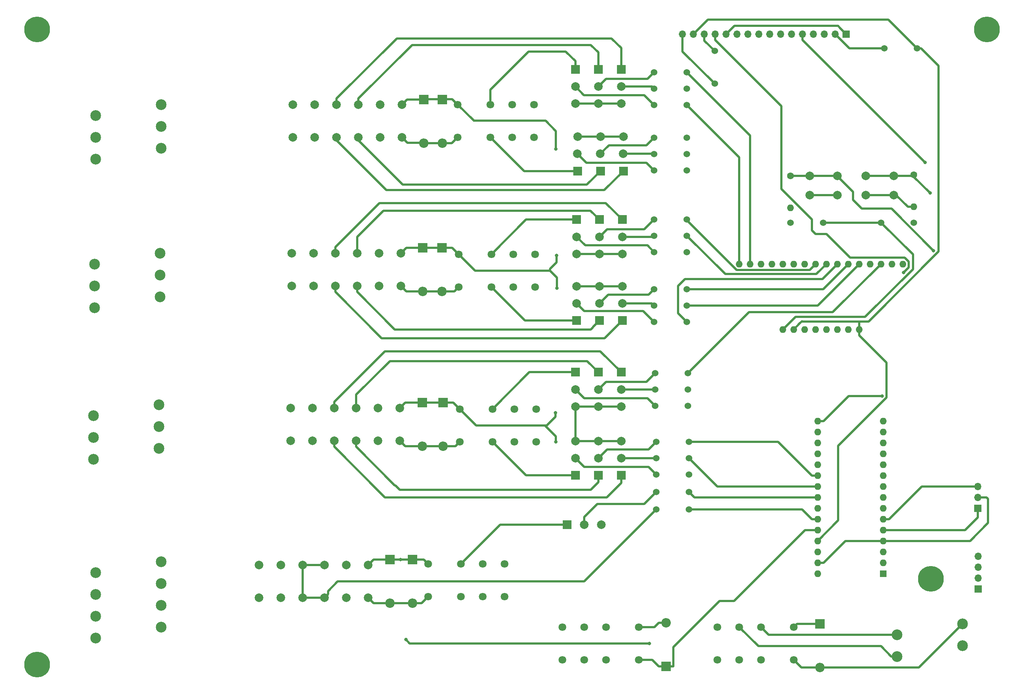
<source format=gtl>
%TF.GenerationSoftware,KiCad,Pcbnew,(5.1.6)-1*%
%TF.CreationDate,2021-08-19T12:25:38+02:00*%
%TF.ProjectId,_Asclepios-Ohmmeter-v2,b5417363-6c65-4706-996f-732d4f686d6d,rev?*%
%TF.SameCoordinates,PXc65d40PYa4fc540*%
%TF.FileFunction,Copper,L1,Top*%
%TF.FilePolarity,Positive*%
%FSLAX46Y46*%
G04 Gerber Fmt 4.6, Leading zero omitted, Abs format (unit mm)*
G04 Created by KiCad (PCBNEW (5.1.6)-1) date 2021-08-19 12:25:38*
%MOMM*%
%LPD*%
G01*
G04 APERTURE LIST*
%TA.AperFunction,ComponentPad*%
%ADD10C,2.500000*%
%TD*%
%TA.AperFunction,ComponentPad*%
%ADD11C,2.000000*%
%TD*%
%TA.AperFunction,ComponentPad*%
%ADD12O,2.200000X2.200000*%
%TD*%
%TA.AperFunction,ComponentPad*%
%ADD13R,2.200000X2.200000*%
%TD*%
%TA.AperFunction,ComponentPad*%
%ADD14O,1.700000X1.700000*%
%TD*%
%TA.AperFunction,ComponentPad*%
%ADD15R,1.700000X1.700000*%
%TD*%
%TA.AperFunction,ComponentPad*%
%ADD16R,2.000000X2.000000*%
%TD*%
%TA.AperFunction,ComponentPad*%
%ADD17C,1.600000*%
%TD*%
%TA.AperFunction,ComponentPad*%
%ADD18O,1.600000X1.600000*%
%TD*%
%TA.AperFunction,ComponentPad*%
%ADD19R,1.600000X1.600000*%
%TD*%
%TA.AperFunction,ComponentPad*%
%ADD20C,1.800000*%
%TD*%
%TA.AperFunction,ComponentPad*%
%ADD21C,1.524000*%
%TD*%
%TA.AperFunction,ViaPad*%
%ADD22C,0.800000*%
%TD*%
%TA.AperFunction,ViaPad*%
%ADD23C,6.000000*%
%TD*%
%TA.AperFunction,Conductor*%
%ADD24C,0.500000*%
%TD*%
G04 APERTURE END LIST*
D10*
%TO.P,J1,6*%
%TO.N,Net-(J1-Pad6)*%
X34830000Y126316000D03*
%TO.P,J1,3*%
%TO.N,Net-(J1-Pad3)*%
X19590000Y123776000D03*
%TO.P,J1,5*%
%TO.N,Net-(J1-Pad5)*%
X34830000Y131406000D03*
%TO.P,J1,4*%
%TO.N,Net-(J1-Pad4)*%
X34830000Y136486000D03*
%TO.P,J1,2*%
%TO.N,Net-(J1-Pad2)*%
X19590000Y128866000D03*
%TO.P,J1,1*%
%TO.N,Net-(J1-Pad1)*%
X19590000Y133946000D03*
%TD*%
%TO.P,J2,6*%
%TO.N,Net-(J2-Pad6)*%
X34576000Y91710000D03*
%TO.P,J2,3*%
%TO.N,Net-(J2-Pad3)*%
X19336000Y89170000D03*
%TO.P,J2,5*%
%TO.N,Net-(J2-Pad5)*%
X34576000Y96800000D03*
%TO.P,J2,4*%
%TO.N,Net-(J2-Pad4)*%
X34576000Y101880000D03*
%TO.P,J2,2*%
%TO.N,Net-(J2-Pad2)*%
X19336000Y94260000D03*
%TO.P,J2,1*%
%TO.N,Net-(J2-Pad1)*%
X19336000Y99340000D03*
%TD*%
%TO.P,J3,6*%
%TO.N,Net-(J3-Pad6)*%
X34322000Y56404000D03*
%TO.P,J3,3*%
%TO.N,Net-(J3-Pad3)*%
X19082000Y53864000D03*
%TO.P,J3,5*%
%TO.N,Net-(J3-Pad5)*%
X34322000Y61494000D03*
%TO.P,J3,4*%
%TO.N,Net-(J3-Pad4)*%
X34322000Y66574000D03*
%TO.P,J3,2*%
%TO.N,Net-(J3-Pad2)*%
X19082000Y58954000D03*
%TO.P,J3,1*%
%TO.N,Net-(J3-Pad1)*%
X19082000Y64034000D03*
%TD*%
%TO.P,JC1,4*%
%TO.N,Net-(JC1-Pad4)*%
X34830000Y14758000D03*
%TO.P,JC1,3*%
%TO.N,Net-(JC1-Pad3)*%
X34830000Y19838000D03*
%TO.P,JC1,2*%
%TO.N,Net-(JC1-Pad2)*%
X19590000Y12218000D03*
%TO.P,JC1,1*%
%TO.N,Net-(JC1-Pad1)*%
X19590000Y17298000D03*
%TD*%
%TO.P,JCI1,4*%
%TO.N,Net-(JCI1-Pad4)*%
X34830000Y24918000D03*
%TO.P,JCI1,3*%
%TO.N,Net-(JCI1-Pad3)*%
X34830000Y29998000D03*
%TO.P,JCI1,2*%
%TO.N,Net-(JCI1-Pad2)*%
X19590000Y22378000D03*
%TO.P,JCI1,1*%
%TO.N,Net-(JCI1-Pad1)*%
X19590000Y27458000D03*
%TD*%
D11*
%TO.P,K41,1*%
%TO.N,N/C*%
X90886000Y136486000D03*
%TO.P,K41,2*%
%TO.N,Net-(J1-Pad6)*%
X85806000Y136486000D03*
%TO.P,K41,3*%
%TO.N,Net-(K41-Pad3)*%
X80726000Y136486000D03*
%TO.P,K41,4*%
%TO.N,Net-(K41-Pad4)*%
X75646000Y136486000D03*
%TO.P,K41,5*%
%TO.N,Net-(J1-Pad5)*%
X70566000Y136486000D03*
%TO.P,K41,6*%
%TO.N,N/C*%
X65486000Y136486000D03*
%TO.P,K41,7*%
X65486000Y128866000D03*
%TO.P,K41,8*%
%TO.N,Net-(J1-Pad4)*%
X70566000Y128866000D03*
%TO.P,K41,9*%
%TO.N,Net-(K41-Pad9)*%
X75646000Y128866000D03*
%TO.P,K41,10*%
%TO.N,Net-(K41-Pad10)*%
X80726000Y128866000D03*
%TO.P,K41,11*%
%TO.N,Net-(J1-Pad1)*%
X85806000Y128866000D03*
%TO.P,K41,12*%
%TO.N,N/C*%
X90886000Y128866000D03*
%TD*%
%TO.P,K42,1*%
%TO.N,N/C*%
X90632000Y101880000D03*
%TO.P,K42,2*%
%TO.N,Net-(J2-Pad3)*%
X85552000Y101880000D03*
%TO.P,K42,3*%
%TO.N,Net-(K42-Pad3)*%
X80472000Y101880000D03*
%TO.P,K42,4*%
%TO.N,Net-(K42-Pad4)*%
X75392000Y101880000D03*
%TO.P,K42,5*%
%TO.N,Net-(J2-Pad6)*%
X70312000Y101880000D03*
%TO.P,K42,6*%
%TO.N,N/C*%
X65232000Y101880000D03*
%TO.P,K42,7*%
X65232000Y94260000D03*
%TO.P,K42,8*%
%TO.N,Net-(J2-Pad5)*%
X70312000Y94260000D03*
%TO.P,K42,9*%
%TO.N,Net-(K42-Pad9)*%
X75392000Y94260000D03*
%TO.P,K42,10*%
%TO.N,Net-(K42-Pad10)*%
X80472000Y94260000D03*
%TO.P,K42,11*%
%TO.N,Net-(J2-Pad4)*%
X85552000Y94260000D03*
%TO.P,K42,12*%
%TO.N,N/C*%
X90632000Y94260000D03*
%TD*%
%TO.P,K43,1*%
%TO.N,N/C*%
X90378000Y65812000D03*
%TO.P,K43,2*%
%TO.N,Net-(J3-Pad3)*%
X85298000Y65812000D03*
%TO.P,K43,3*%
%TO.N,Net-(K43-Pad3)*%
X80218000Y65812000D03*
%TO.P,K43,4*%
%TO.N,Net-(K43-Pad4)*%
X75138000Y65812000D03*
%TO.P,K43,5*%
%TO.N,Net-(J3-Pad6)*%
X70058000Y65812000D03*
%TO.P,K43,6*%
%TO.N,N/C*%
X64978000Y65812000D03*
%TO.P,K43,7*%
X64978000Y58192000D03*
%TO.P,K43,8*%
%TO.N,Net-(J3-Pad5)*%
X70058000Y58192000D03*
%TO.P,K43,9*%
%TO.N,Net-(K43-Pad9)*%
X75138000Y58192000D03*
%TO.P,K43,10*%
%TO.N,Net-(K43-Pad10)*%
X80218000Y58192000D03*
%TO.P,K43,11*%
%TO.N,Net-(J3-Pad4)*%
X85298000Y58192000D03*
%TO.P,K43,12*%
%TO.N,N/C*%
X90378000Y58192000D03*
%TD*%
%TO.P,KC1,1*%
%TO.N,N/C*%
X83012000Y29236000D03*
%TO.P,KC1,2*%
%TO.N,Net-(JC1-Pad2)*%
X77932000Y29236000D03*
%TO.P,KC1,3*%
%TO.N,Net-(KC1-Pad10)*%
X72852000Y29236000D03*
%TO.P,KC1,4*%
X67772000Y29236000D03*
%TO.P,KC1,5*%
%TO.N,Net-(JC1-Pad4)*%
X62692000Y29236000D03*
%TO.P,KC1,6*%
%TO.N,N/C*%
X57612000Y29236000D03*
%TO.P,KC1,7*%
X57612000Y21616000D03*
%TO.P,KC1,8*%
%TO.N,Net-(JC1-Pad3)*%
X62692000Y21616000D03*
%TO.P,KC1,9*%
%TO.N,Net-(KC1-Pad10)*%
X67772000Y21616000D03*
%TO.P,KC1,10*%
X72852000Y21616000D03*
%TO.P,KC1,11*%
%TO.N,Net-(JCI1-Pad4)*%
X77932000Y21616000D03*
%TO.P,KC1,12*%
%TO.N,N/C*%
X83012000Y21616000D03*
%TD*%
D12*
%TO.P,DI1,2*%
%TO.N,N/C*%
X93299000Y20346000D03*
D13*
%TO.P,DI1,1*%
X93299000Y30506000D03*
%TD*%
D14*
%TO.P,JUSB1,4*%
%TO.N,N/C*%
X224998000Y31268000D03*
%TO.P,JUSB1,3*%
%TO.N,Net-(JUSB1-Pad3)*%
X224998000Y28728000D03*
%TO.P,JUSB1,2*%
%TO.N,Net-(JUSB1-Pad2)*%
X224998000Y26188000D03*
D15*
%TO.P,JUSB1,1*%
%TO.N,Net-(DC1-Pad1)*%
X224998000Y23648000D03*
%TD*%
D11*
%TO.P,Q16,1*%
%TO.N,Net-(Q16-Pad1)*%
X131272000Y54128000D03*
%TO.P,Q16,2*%
%TO.N,Net-(Q1-Pad2)*%
X131282000Y58108000D03*
D16*
%TO.P,Q16,3*%
%TO.N,Net-(K23-Pad4)*%
X131282000Y50128000D03*
%TD*%
D11*
%TO.P,Q19,1*%
%TO.N,Net-(Q19-Pad1)*%
X133304000Y38634000D03*
%TO.P,Q19,2*%
%TO.N,Net-(Q1-Pad2)*%
X137284000Y38624000D03*
D16*
%TO.P,Q19,3*%
%TO.N,Net-(Ki1-Pad13)*%
X129304000Y38624000D03*
%TD*%
D11*
%TO.P,Q18,1*%
%TO.N,Net-(Q18-Pad1)*%
X141940000Y54128000D03*
%TO.P,Q18,2*%
%TO.N,Net-(Q1-Pad2)*%
X141950000Y58108000D03*
D16*
%TO.P,Q18,3*%
%TO.N,Net-(K43-Pad4)*%
X141950000Y50128000D03*
%TD*%
D11*
%TO.P,Q17,1*%
%TO.N,Net-(Q17-Pad1)*%
X136606000Y54128000D03*
%TO.P,Q17,2*%
%TO.N,Net-(Q1-Pad2)*%
X136616000Y58108000D03*
D16*
%TO.P,Q17,3*%
%TO.N,Net-(K43-Pad3)*%
X136616000Y50128000D03*
%TD*%
D11*
%TO.P,Q15,1*%
%TO.N,Net-(Q15-Pad1)*%
X141940000Y70130000D03*
%TO.P,Q15,2*%
%TO.N,Net-(Q1-Pad2)*%
X141930000Y66150000D03*
D16*
%TO.P,Q15,3*%
%TO.N,Net-(K43-Pad9)*%
X141930000Y74130000D03*
%TD*%
D11*
%TO.P,Q14,1*%
%TO.N,Net-(Q14-Pad1)*%
X136606000Y70130000D03*
%TO.P,Q14,2*%
%TO.N,Net-(Q1-Pad2)*%
X136596000Y66150000D03*
D16*
%TO.P,Q14,3*%
%TO.N,Net-(K43-Pad10)*%
X136596000Y74130000D03*
%TD*%
D11*
%TO.P,Q13,1*%
%TO.N,Net-(Q13-Pad1)*%
X131272000Y70130000D03*
%TO.P,Q13,2*%
%TO.N,Net-(Q1-Pad2)*%
X131262000Y66150000D03*
D16*
%TO.P,Q13,3*%
%TO.N,Net-(K23-Pad13)*%
X131262000Y74130000D03*
%TD*%
D11*
%TO.P,Q11,1*%
%TO.N,Net-(Q11-Pad1)*%
X136860000Y90196000D03*
%TO.P,Q11,2*%
%TO.N,Net-(Q1-Pad2)*%
X136870000Y94176000D03*
D16*
%TO.P,Q11,3*%
%TO.N,Net-(K42-Pad3)*%
X136870000Y86196000D03*
%TD*%
D11*
%TO.P,Q12,1*%
%TO.N,Net-(Q12-Pad1)*%
X142194000Y90196000D03*
%TO.P,Q12,2*%
%TO.N,Net-(Q1-Pad2)*%
X142204000Y94176000D03*
D16*
%TO.P,Q12,3*%
%TO.N,Net-(K42-Pad4)*%
X142204000Y86196000D03*
%TD*%
D11*
%TO.P,Q9,1*%
%TO.N,Net-(Q9-Pad1)*%
X142194000Y105690000D03*
%TO.P,Q9,2*%
%TO.N,Net-(Q1-Pad2)*%
X142184000Y101710000D03*
D16*
%TO.P,Q9,3*%
%TO.N,Net-(K42-Pad9)*%
X142184000Y109690000D03*
%TD*%
D11*
%TO.P,Q8,1*%
%TO.N,Net-(Q8-Pad1)*%
X136860000Y105690000D03*
%TO.P,Q8,2*%
%TO.N,Net-(Q1-Pad2)*%
X136850000Y101710000D03*
D16*
%TO.P,Q8,3*%
%TO.N,Net-(K42-Pad10)*%
X136850000Y109690000D03*
%TD*%
D11*
%TO.P,Q7,1*%
%TO.N,Net-(Q7-Pad1)*%
X131526000Y105690000D03*
%TO.P,Q7,2*%
%TO.N,Net-(Q1-Pad2)*%
X131516000Y101710000D03*
D16*
%TO.P,Q7,3*%
%TO.N,Net-(K22-Pad13)*%
X131516000Y109690000D03*
%TD*%
D11*
%TO.P,Q10,1*%
%TO.N,Net-(Q10-Pad1)*%
X131526000Y90196000D03*
%TO.P,Q10,2*%
%TO.N,Net-(Q1-Pad2)*%
X131536000Y94176000D03*
D16*
%TO.P,Q10,3*%
%TO.N,Net-(K22-Pad4)*%
X131536000Y86196000D03*
%TD*%
D11*
%TO.P,Q5,1*%
%TO.N,Net-(Q5-Pad1)*%
X137063000Y125021200D03*
%TO.P,Q5,2*%
%TO.N,Net-(Q1-Pad2)*%
X137073000Y129001200D03*
D16*
%TO.P,Q5,3*%
%TO.N,Net-(K41-Pad3)*%
X137073000Y121021200D03*
%TD*%
D11*
%TO.P,Q6,1*%
%TO.N,Net-(Q6-Pad1)*%
X142397000Y125021200D03*
%TO.P,Q6,2*%
%TO.N,Net-(Q1-Pad2)*%
X142407000Y129001200D03*
D16*
%TO.P,Q6,3*%
%TO.N,Net-(K41-Pad4)*%
X142407000Y121021200D03*
%TD*%
D11*
%TO.P,Q3,1*%
%TO.N,Net-(Q3-Pad1)*%
X141915000Y140695800D03*
%TO.P,Q3,2*%
%TO.N,Net-(Q1-Pad2)*%
X141905000Y136715800D03*
D16*
%TO.P,Q3,3*%
%TO.N,Net-(K41-Pad9)*%
X141905000Y144695800D03*
%TD*%
D11*
%TO.P,Q2,1*%
%TO.N,Net-(Q2-Pad1)*%
X136581000Y140695800D03*
%TO.P,Q2,2*%
%TO.N,Net-(Q1-Pad2)*%
X136571000Y136715800D03*
D16*
%TO.P,Q2,3*%
%TO.N,Net-(K41-Pad10)*%
X136571000Y144695800D03*
%TD*%
D11*
%TO.P,Q1,1*%
%TO.N,Net-(Q1-Pad1)*%
X131247000Y140695800D03*
%TO.P,Q1,2*%
%TO.N,Net-(Q1-Pad2)*%
X131237000Y136715800D03*
D16*
%TO.P,Q1,3*%
%TO.N,Net-(K21-Pad13)*%
X131237000Y144695800D03*
%TD*%
D11*
%TO.P,Q4,1*%
%TO.N,Net-(Q4-Pad1)*%
X131729000Y125021200D03*
%TO.P,Q4,2*%
%TO.N,Net-(Q1-Pad2)*%
X131739000Y129001200D03*
D16*
%TO.P,Q4,3*%
%TO.N,Net-(K21-Pad4)*%
X131739000Y121021200D03*
%TD*%
D17*
%TO.P,C1,1*%
%TO.N,Net-(C1-Pad1)*%
X181310000Y119914000D03*
D18*
%TO.P,C1,2*%
%TO.N,Net-(C1-Pad2)*%
X181310000Y112414000D03*
%TD*%
D17*
%TO.P,C2,1*%
%TO.N,Net-(C2-Pad1)*%
X210012000Y120168000D03*
D18*
%TO.P,C2,2*%
%TO.N,Net-(C2-Pad2)*%
X210012000Y112668000D03*
%TD*%
D12*
%TO.P,D21,2*%
%TO.N,N/C*%
X100284000Y127534000D03*
D13*
%TO.P,D21,1*%
X100284000Y137694000D03*
%TD*%
D12*
%TO.P,D22,2*%
%TO.N,N/C*%
X100157000Y92990000D03*
D13*
%TO.P,D22,1*%
X100157000Y103150000D03*
%TD*%
D12*
%TO.P,D23,2*%
%TO.N,N/C*%
X100411000Y56922000D03*
D13*
%TO.P,D23,1*%
X100411000Y67082000D03*
%TD*%
D12*
%TO.P,D41,2*%
%TO.N,N/C*%
X95966000Y127534000D03*
D13*
%TO.P,D41,1*%
X95966000Y137694000D03*
%TD*%
D12*
%TO.P,D42,2*%
%TO.N,N/C*%
X95712000Y92990000D03*
D13*
%TO.P,D42,1*%
X95712000Y103150000D03*
%TD*%
D12*
%TO.P,D43,2*%
%TO.N,N/C*%
X95585000Y56922000D03*
D13*
%TO.P,D43,1*%
X95585000Y67082000D03*
%TD*%
D12*
%TO.P,DA1,2*%
%TO.N,N/C*%
X152354000Y15774000D03*
D13*
%TO.P,DA1,1*%
%TO.N,Net-(DA1-Pad1)*%
X152354000Y5614000D03*
%TD*%
D12*
%TO.P,DC1,2*%
%TO.N,N/C*%
X88092000Y20346000D03*
D13*
%TO.P,DC1,1*%
X88092000Y30506000D03*
%TD*%
D12*
%TO.P,DS1,2*%
%TO.N,N/C*%
X188168000Y5360000D03*
D13*
%TO.P,DS1,1*%
X188168000Y15520000D03*
%TD*%
D18*
%TO.P,JA1,D13*%
%TO.N,Net-(JA1-PadD13)*%
X187660000Y62764000D03*
%TO.P,JA1,D12*%
%TO.N,Net-(JA1-PadD12)*%
X202900000Y62764000D03*
%TO.P,JA1,VIN*%
%TO.N,Net-(DC1-Pad1)*%
X187660000Y27204000D03*
%TO.P,JA1,D11*%
%TO.N,Net-(JA1-PadD11)*%
X202900000Y60224000D03*
%TO.P,JA1,GND*%
%TO.N,N/C*%
X187660000Y29744000D03*
%TO.P,JA1,D10*%
%TO.N,Net-(JA1-PadD10)*%
X202900000Y57684000D03*
%TO.P,JA1,RST*%
%TO.N,Net-(JA1-PadRST)*%
X187660000Y32284000D03*
%TO.P,JA1,D9*%
%TO.N,Net-(JA1-PadD9)*%
X202900000Y55144000D03*
%TO.P,JA1,5V*%
%TO.N,Net-(JA1-Pad5V)*%
X187660000Y34824000D03*
%TO.P,JA1,D8*%
%TO.N,Net-(JA1-PadD8)*%
X202900000Y52604000D03*
%TO.P,JA1,A0*%
%TO.N,Net-(DA1-Pad1)*%
X187660000Y37364000D03*
%TO.P,JA1,D7*%
%TO.N,Net-(JA1-PadD7)*%
X202900000Y50064000D03*
%TO.P,JA1,A1*%
%TO.N,Net-(JA1-PadA1)*%
X187660000Y39904000D03*
%TO.P,JA1,D6*%
%TO.N,Net-(JA1-PadD6)*%
X202900000Y47524000D03*
%TO.P,JA1,A2*%
%TO.N,Net-(JA1-PadA2)*%
X187660000Y42444000D03*
%TO.P,JA1,D5*%
%TO.N,Net-(JA1-PadD5)*%
X202900000Y44984000D03*
%TO.P,JA1,A3*%
%TO.N,Net-(JA1-PadA3)*%
X187660000Y44984000D03*
%TO.P,JA1,D4*%
%TO.N,Net-(JA1-PadD4)*%
X202900000Y42444000D03*
%TO.P,JA1,A4*%
%TO.N,Net-(JA1-PadA4)*%
X187660000Y47524000D03*
%TO.P,JA1,D3*%
%TO.N,N/C*%
X202900000Y39904000D03*
%TO.P,JA1,A5*%
%TO.N,Net-(JA1-PadA5)*%
X187660000Y50064000D03*
%TO.P,JA1,D2*%
%TO.N,N/C*%
X202900000Y37364000D03*
%TO.P,JA1,A6*%
%TO.N,Net-(JA1-PadA6)*%
X187660000Y52604000D03*
%TO.P,JA1,GND*%
%TO.N,N/C*%
X202900000Y34824000D03*
%TO.P,JA1,A7*%
%TO.N,Net-(JA1-PadA7)*%
X187660000Y55144000D03*
%TO.P,JA1,RST*%
%TO.N,Net-(JA1-PadRST)*%
X202900000Y32284000D03*
%TO.P,JA1,REF*%
%TO.N,Net-(JA1-PadREF)*%
X187660000Y57684000D03*
%TO.P,JA1,D0*%
%TO.N,Net-(C2-Pad1)*%
X202900000Y29744000D03*
%TO.P,JA1,3V3*%
%TO.N,Net-(JA1-Pad3V3)*%
X187660000Y60224000D03*
D19*
%TO.P,JA1,D1*%
%TO.N,Net-(C1-Pad1)*%
X202900000Y27204000D03*
%TD*%
D14*
%TO.P,JE1,VSS*%
%TO.N,N/C*%
X156164000Y152934000D03*
%TO.P,JE1,VDD*%
%TO.N,Net-(JA1-Pad5V)*%
X158704000Y152934000D03*
%TO.P,JE1,V0*%
%TO.N,Net-(JE1-PadV0)*%
X161244000Y152934000D03*
%TO.P,JE1,RS*%
%TO.N,Net-(JA1-PadD8)*%
X163784000Y152934000D03*
%TO.P,JE1,RW*%
%TO.N,N/C*%
X166324000Y152934000D03*
%TO.P,JE1,E*%
%TO.N,Net-(JA1-PadD9)*%
X168864000Y152934000D03*
%TO.P,JE1,D0*%
%TO.N,Net-(JE1-PadD0)*%
X171404000Y152934000D03*
%TO.P,JE1,D1*%
%TO.N,Net-(JE1-PadD1)*%
X173944000Y152934000D03*
%TO.P,JE1,D2*%
%TO.N,Net-(JE1-PadD2)*%
X176484000Y152934000D03*
%TO.P,JE1,D3*%
%TO.N,Net-(JE1-PadD3)*%
X179024000Y152934000D03*
%TO.P,JE1,D4*%
%TO.N,Net-(JA1-PadD13)*%
X181564000Y152934000D03*
%TO.P,JE1,D5*%
%TO.N,Net-(JA1-PadD12)*%
X184104000Y152934000D03*
%TO.P,JE1,D6*%
%TO.N,Net-(JA1-PadD11)*%
X186644000Y152934000D03*
%TO.P,JE1,D7*%
%TO.N,Net-(JA1-PadD10)*%
X189184000Y152934000D03*
%TO.P,JE1,A*%
%TO.N,Net-(JE1-PadA)*%
X191724000Y152934000D03*
D15*
%TO.P,JE1,K*%
%TO.N,N/C*%
X194264000Y152934000D03*
%TD*%
D10*
%TO.P,JEX1,4*%
%TO.N,Net-(JEX1-Pad4)*%
X206124000Y12980000D03*
%TO.P,JEX1,3*%
%TO.N,Net-(JEX1-Pad3)*%
X206124000Y7900000D03*
%TO.P,JEX1,2*%
%TO.N,N/C*%
X221364000Y15520000D03*
%TO.P,JEX1,1*%
%TO.N,Net-(DC1-Pad1)*%
X221364000Y10440000D03*
%TD*%
D18*
%TO.P,JM1,C0*%
%TO.N,Net-(JM1-PadC0)*%
X169372000Y99340000D03*
%TO.P,JM1,C15*%
%TO.N,Net-(JM1-PadC15)*%
X207472000Y99340000D03*
%TO.P,JM1,C1*%
%TO.N,Net-(JM1-PadC1)*%
X171912000Y99340000D03*
%TO.P,JM1,C2*%
%TO.N,Net-(JM1-PadC2)*%
X174452000Y99340000D03*
%TO.P,JM1,C3*%
%TO.N,Net-(JM1-PadC3)*%
X176992000Y99340000D03*
%TO.P,JM1,C4*%
%TO.N,Net-(JM1-PadC4)*%
X179532000Y99340000D03*
%TO.P,JM1,SIG*%
%TO.N,Net-(JA1-Pad5V)*%
X197312000Y84100000D03*
%TO.P,JM1,C5*%
%TO.N,Net-(JM1-PadC5)*%
X182072000Y99340000D03*
%TO.P,JM1,S3*%
%TO.N,Net-(JA1-PadD7)*%
X194772000Y84100000D03*
%TO.P,JM1,C6*%
%TO.N,Net-(JM1-PadC6)*%
X184612000Y99340000D03*
%TO.P,JM1,S2*%
%TO.N,Net-(JA1-PadD6)*%
X192232000Y84100000D03*
%TO.P,JM1,C7*%
%TO.N,Net-(JM1-PadC7)*%
X187152000Y99340000D03*
%TO.P,JM1,S1*%
%TO.N,Net-(JA1-PadD5)*%
X189692000Y84100000D03*
%TO.P,JM1,C8*%
%TO.N,Net-(JM1-PadC8)*%
X189692000Y99340000D03*
%TO.P,JM1,S0*%
%TO.N,Net-(JA1-PadD4)*%
X187152000Y84100000D03*
%TO.P,JM1,C9*%
%TO.N,Net-(JM1-PadC9)*%
X192232000Y99340000D03*
%TO.P,JM1,EN*%
%TO.N,N/C*%
X184612000Y84100000D03*
%TO.P,JM1,C10*%
%TO.N,Net-(JM1-PadC10)*%
X194772000Y99340000D03*
%TO.P,JM1,VCC*%
%TO.N,Net-(JA1-Pad5V)*%
X182072000Y84100000D03*
%TO.P,JM1,C11*%
%TO.N,Net-(JM1-PadC11)*%
X197312000Y99340000D03*
%TO.P,JM1,GND*%
%TO.N,N/C*%
X179532000Y84100000D03*
%TO.P,JM1,C12*%
%TO.N,Net-(JM1-PadC12)*%
X199852000Y99340000D03*
%TO.P,JM1,C13*%
%TO.N,Net-(JM1-PadC13)*%
X202392000Y99340000D03*
%TO.P,JM1,C14*%
%TO.N,Net-(JM1-PadC14)*%
X204932000Y99340000D03*
%TD*%
D20*
%TO.P,K21,8*%
%TO.N,Net-(J1-Pad3)*%
X121620000Y128866000D03*
%TO.P,K21,9*%
%TO.N,Net-(J1-Pad2)*%
X121620000Y136486000D03*
%TO.P,K21,11*%
%TO.N,Net-(K21-Pad11)*%
X116540000Y136486000D03*
%TO.P,K21,6*%
%TO.N,Net-(K21-Pad6)*%
X116540000Y128866000D03*
%TO.P,K21,13*%
%TO.N,Net-(K21-Pad13)*%
X111460000Y136486000D03*
%TO.P,K21,4*%
%TO.N,Net-(K21-Pad4)*%
X111460000Y128866000D03*
%TO.P,K21,16*%
%TO.N,N/C*%
X103840000Y136486000D03*
%TO.P,K21,1*%
X103840000Y128866000D03*
%TD*%
%TO.P,K22,8*%
%TO.N,Net-(J2-Pad2)*%
X121874000Y94006000D03*
%TO.P,K22,9*%
%TO.N,Net-(J2-Pad1)*%
X121874000Y101626000D03*
%TO.P,K22,11*%
%TO.N,Net-(K22-Pad11)*%
X116794000Y101626000D03*
%TO.P,K22,6*%
%TO.N,Net-(K22-Pad6)*%
X116794000Y94006000D03*
%TO.P,K22,13*%
%TO.N,Net-(K22-Pad13)*%
X111714000Y101626000D03*
%TO.P,K22,4*%
%TO.N,Net-(K22-Pad4)*%
X111714000Y94006000D03*
%TO.P,K22,16*%
%TO.N,N/C*%
X104094000Y101626000D03*
%TO.P,K22,1*%
X104094000Y94006000D03*
%TD*%
%TO.P,K23,8*%
%TO.N,Net-(J3-Pad2)*%
X122128000Y57938000D03*
%TO.P,K23,9*%
%TO.N,Net-(J3-Pad1)*%
X122128000Y65558000D03*
%TO.P,K23,11*%
%TO.N,Net-(K23-Pad11)*%
X117048000Y65558000D03*
%TO.P,K23,6*%
%TO.N,Net-(K23-Pad6)*%
X117048000Y57938000D03*
%TO.P,K23,13*%
%TO.N,Net-(K23-Pad13)*%
X111968000Y65558000D03*
%TO.P,K23,4*%
%TO.N,Net-(K23-Pad4)*%
X111968000Y57938000D03*
%TO.P,K23,16*%
%TO.N,N/C*%
X104348000Y65558000D03*
%TO.P,K23,1*%
X104348000Y57938000D03*
%TD*%
%TO.P,KA1,8*%
%TO.N,Net-(KA1-Pad8)*%
X128224000Y14758000D03*
%TO.P,KA1,9*%
%TO.N,N/C*%
X128224000Y7138000D03*
%TO.P,KA1,11*%
%TO.N,Net-(KA1-Pad11)*%
X133304000Y7138000D03*
%TO.P,KA1,6*%
%TO.N,Net-(KA1-Pad6)*%
X133304000Y14758000D03*
%TO.P,KA1,13*%
%TO.N,N/C*%
X138384000Y7138000D03*
%TO.P,KA1,4*%
%TO.N,Net-(KA1-Pad4)*%
X138384000Y14758000D03*
%TO.P,KA1,16*%
%TO.N,Net-(DA1-Pad1)*%
X146004000Y7138000D03*
%TO.P,KA1,1*%
%TO.N,N/C*%
X146004000Y14758000D03*
%TD*%
%TO.P,Ki1,8*%
%TO.N,Net-(Ki1-Pad8)*%
X114762000Y21870000D03*
%TO.P,Ki1,9*%
%TO.N,Net-(JCI1-Pad2)*%
X114762000Y29490000D03*
%TO.P,Ki1,11*%
%TO.N,Net-(Ki1-Pad11)*%
X109682000Y29490000D03*
%TO.P,Ki1,6*%
%TO.N,Net-(Ki1-Pad6)*%
X109682000Y21870000D03*
%TO.P,Ki1,13*%
%TO.N,Net-(Ki1-Pad13)*%
X104602000Y29490000D03*
%TO.P,Ki1,4*%
%TO.N,Net-(Ki1-Pad4)*%
X104602000Y21870000D03*
%TO.P,Ki1,16*%
%TO.N,N/C*%
X96982000Y29490000D03*
%TO.P,Ki1,1*%
X96982000Y21870000D03*
%TD*%
%TO.P,KS1,8*%
%TO.N,Net-(KS1-Pad8)*%
X164292000Y14758000D03*
%TO.P,KS1,9*%
%TO.N,Net-(KS1-Pad9)*%
X164292000Y7138000D03*
%TO.P,KS1,11*%
%TO.N,Net-(KS1-Pad11)*%
X169372000Y7138000D03*
%TO.P,KS1,6*%
%TO.N,Net-(JEX1-Pad3)*%
X169372000Y14758000D03*
%TO.P,KS1,13*%
%TO.N,Net-(KS1-Pad13)*%
X174452000Y7138000D03*
%TO.P,KS1,4*%
%TO.N,Net-(JEX1-Pad4)*%
X174452000Y14758000D03*
%TO.P,KS1,16*%
%TO.N,N/C*%
X182072000Y7138000D03*
%TO.P,KS1,1*%
X182072000Y14758000D03*
%TD*%
D21*
%TO.P,R1,2*%
%TO.N,Net-(Q1-Pad1)*%
X149560000Y136424000D03*
%TO.P,R1,1*%
%TO.N,Net-(JM1-PadC0)*%
X157180000Y136424000D03*
%TD*%
%TO.P,R2,2*%
%TO.N,Net-(Q2-Pad1)*%
X149560000Y144044000D03*
%TO.P,R2,1*%
%TO.N,Net-(JM1-PadC1)*%
X157180000Y144044000D03*
%TD*%
%TO.P,R3,2*%
%TO.N,Net-(Q3-Pad1)*%
X149560000Y140234000D03*
%TO.P,R3,1*%
%TO.N,Net-(JM1-PadC2)*%
X157180000Y140234000D03*
%TD*%
%TO.P,R4,2*%
%TO.N,Net-(Q4-Pad1)*%
X149560000Y121184000D03*
%TO.P,R4,1*%
%TO.N,Net-(JM1-PadC3)*%
X157180000Y121184000D03*
%TD*%
%TO.P,R5,2*%
%TO.N,Net-(Q5-Pad1)*%
X149560000Y128804000D03*
%TO.P,R5,1*%
%TO.N,Net-(JM1-PadC4)*%
X157180000Y128804000D03*
%TD*%
%TO.P,R6,2*%
%TO.N,Net-(Q6-Pad1)*%
X149560000Y124994000D03*
%TO.P,R6,1*%
%TO.N,Net-(JM1-PadC5)*%
X157180000Y124994000D03*
%TD*%
%TO.P,R7,2*%
%TO.N,Net-(Q7-Pad1)*%
X149560000Y102134000D03*
%TO.P,R7,1*%
%TO.N,Net-(JM1-PadC6)*%
X157180000Y102134000D03*
%TD*%
%TO.P,R8,2*%
%TO.N,Net-(Q8-Pad1)*%
X149560000Y109754000D03*
%TO.P,R8,1*%
%TO.N,Net-(JM1-PadC7)*%
X157180000Y109754000D03*
%TD*%
%TO.P,R9,2*%
%TO.N,Net-(Q9-Pad1)*%
X149560000Y105944000D03*
%TO.P,R9,1*%
%TO.N,Net-(JM1-PadC8)*%
X157180000Y105944000D03*
%TD*%
%TO.P,R10,2*%
%TO.N,Net-(Q10-Pad1)*%
X149560000Y85878000D03*
%TO.P,R10,1*%
%TO.N,Net-(JM1-PadC9)*%
X157180000Y85878000D03*
%TD*%
%TO.P,R11,2*%
%TO.N,Net-(Q11-Pad1)*%
X149560000Y93498000D03*
%TO.P,R11,1*%
%TO.N,Net-(JM1-PadC10)*%
X157180000Y93498000D03*
%TD*%
%TO.P,R12,2*%
%TO.N,Net-(Q12-Pad1)*%
X149560000Y89688000D03*
%TO.P,R12,1*%
%TO.N,Net-(JM1-PadC11)*%
X157180000Y89688000D03*
%TD*%
%TO.P,R13,2*%
%TO.N,Net-(Q13-Pad1)*%
X149814000Y66320000D03*
%TO.P,R13,1*%
%TO.N,Net-(JM1-PadC12)*%
X157434000Y66320000D03*
%TD*%
%TO.P,R14,2*%
%TO.N,Net-(Q14-Pad1)*%
X149814000Y73940000D03*
%TO.P,R14,1*%
%TO.N,Net-(JM1-PadC13)*%
X157434000Y73940000D03*
%TD*%
%TO.P,R15,2*%
%TO.N,Net-(Q15-Pad1)*%
X149814000Y70130000D03*
%TO.P,R15,1*%
%TO.N,Net-(JM1-PadC14)*%
X157434000Y70130000D03*
%TD*%
%TO.P,R16,2*%
%TO.N,Net-(Q16-Pad1)*%
X150068000Y50318000D03*
%TO.P,R16,1*%
%TO.N,Net-(JM1-PadC15)*%
X157688000Y50318000D03*
%TD*%
%TO.P,R17,2*%
%TO.N,Net-(Q17-Pad1)*%
X150068000Y57938000D03*
%TO.P,R17,1*%
%TO.N,Net-(JA1-PadA5)*%
X157688000Y57938000D03*
%TD*%
%TO.P,R18,2*%
%TO.N,Net-(Q18-Pad1)*%
X150068000Y54128000D03*
%TO.P,R18,1*%
%TO.N,Net-(JA1-PadA4)*%
X157688000Y54128000D03*
%TD*%
%TO.P,R19,2*%
%TO.N,Net-(Q19-Pad1)*%
X150068000Y46254000D03*
%TO.P,R19,1*%
%TO.N,Net-(JA1-PadA3)*%
X157688000Y46254000D03*
%TD*%
%TO.P,R22,2*%
%TO.N,N/C*%
X163657000Y141377000D03*
%TO.P,R22,1*%
%TO.N,Net-(JE1-PadV0)*%
X163657000Y148997000D03*
%TD*%
%TO.P,R23,2*%
%TO.N,Net-(JA1-Pad5V)*%
X210774000Y149632000D03*
%TO.P,R23,1*%
%TO.N,Net-(JE1-PadA)*%
X203154000Y149632000D03*
%TD*%
%TO.P,Rb1,2*%
%TO.N,N/C*%
X188930000Y108992000D03*
%TO.P,Rb1,1*%
%TO.N,Net-(C1-Pad2)*%
X181310000Y108992000D03*
%TD*%
%TO.P,Rb2,2*%
%TO.N,N/C*%
X202392000Y108992000D03*
%TO.P,Rb2,1*%
%TO.N,Net-(C2-Pad2)*%
X210012000Y108992000D03*
%TD*%
%TO.P,RC1,2*%
%TO.N,Net-(KC1-Pad10)*%
X150068000Y42190000D03*
%TO.P,RC1,1*%
%TO.N,Net-(JA1-PadA1)*%
X157688000Y42190000D03*
%TD*%
D11*
%TO.P,SW1,1*%
%TO.N,Net-(C1-Pad1)*%
X192255000Y119914000D03*
%TO.P,SW1,2*%
%TO.N,Net-(C1-Pad2)*%
X192255000Y115414000D03*
%TO.P,SW1,1*%
%TO.N,Net-(C1-Pad1)*%
X185755000Y119914000D03*
%TO.P,SW1,2*%
%TO.N,Net-(C1-Pad2)*%
X185755000Y115414000D03*
%TD*%
%TO.P,SW2,1*%
%TO.N,Net-(C2-Pad1)*%
X205336000Y119914000D03*
%TO.P,SW2,2*%
%TO.N,Net-(C2-Pad2)*%
X205336000Y115414000D03*
%TO.P,SW2,1*%
%TO.N,Net-(C2-Pad1)*%
X198836000Y119914000D03*
%TO.P,SW2,2*%
%TO.N,Net-(C2-Pad2)*%
X198836000Y115414000D03*
%TD*%
D14*
%TO.P,JLed1,3*%
%TO.N,N/C*%
X224871000Y47524000D03*
%TO.P,JLed1,2*%
X224871000Y44984000D03*
D15*
%TO.P,JLed1,1*%
X224871000Y42444000D03*
%TD*%
D22*
%TO.N,*%
X126700000Y57938000D03*
X126954000Y93752000D03*
X126700000Y126137000D03*
X126573000Y64669000D03*
X126827000Y101372000D03*
X90505000Y30506000D03*
X91775000Y11837000D03*
X148417000Y10948000D03*
D23*
X6000000Y6000000D03*
X6000000Y154000000D03*
X227000000Y154000000D03*
X214000000Y26000000D03*
D22*
%TO.N,Net-(C1-Pad1)*%
X214613200Y102452600D03*
%TO.N,Net-(C2-Pad1)*%
X213797500Y115874500D03*
%TO.N,Net-(JA1-PadD8)*%
X207664100Y97381700D03*
%TO.N,Net-(JA1-PadD12)*%
X212609000Y123003700D03*
%TO.N,Net-(JA1-PadD13)*%
X202642100Y68564100D03*
%TD*%
D24*
%TO.N,*%
X100030000Y137756000D02*
X102570000Y137756000D01*
X102570000Y137756000D02*
X103840000Y136486000D01*
X95966000Y137756000D02*
X100030000Y137756000D01*
X101681000Y92990000D02*
X103078000Y92990000D01*
X103078000Y92990000D02*
X104094000Y94006000D01*
X100284000Y92990000D02*
X101681000Y92990000D01*
X95966000Y127596000D02*
X92156000Y127596000D01*
X92156000Y127596000D02*
X90886000Y128866000D01*
X100284000Y103150000D02*
X95712000Y103150000D01*
X100284000Y103150000D02*
X102570000Y103150000D01*
X102570000Y103150000D02*
X104094000Y101626000D01*
X95458000Y67082000D02*
X91648000Y67082000D01*
X91648000Y67082000D02*
X90378000Y65812000D01*
X100538000Y67082000D02*
X95458000Y67082000D01*
X100538000Y56922000D02*
X103332000Y56922000D01*
X103332000Y56922000D02*
X104348000Y57938000D01*
X93172000Y20346000D02*
X95458000Y20346000D01*
X95458000Y20346000D02*
X96982000Y21870000D01*
X187660000Y29744000D02*
X189035300Y29744000D01*
X189035300Y29744000D02*
X194115300Y34824000D01*
X194115300Y34824000D02*
X202900000Y34824000D01*
X152354000Y15774000D02*
X150678700Y15774000D01*
X146004000Y14758000D02*
X149662700Y14758000D01*
X149662700Y14758000D02*
X150678700Y15774000D01*
X202392000Y108992000D02*
X188930000Y108992000D01*
X198682700Y87021000D02*
X209814700Y98153000D01*
X209814700Y101569300D02*
X202392000Y108992000D01*
X209814700Y98153000D02*
X209814700Y101569300D01*
X182453000Y87021000D02*
X198682700Y87021000D01*
X179532000Y84100000D02*
X182453000Y87021000D01*
X88092000Y30506000D02*
X84282000Y30506000D01*
X84282000Y30506000D02*
X83012000Y29236000D01*
X93172000Y30506000D02*
X90505000Y30506000D01*
X124160000Y61748000D02*
X126700000Y59208000D01*
X126700000Y59208000D02*
X126700000Y57938000D01*
X95458000Y56922000D02*
X95585000Y56922000D01*
X126954000Y96165000D02*
X126954000Y93752000D01*
X125303000Y97816000D02*
X126954000Y96165000D01*
X126700000Y130328000D02*
X126700000Y126137000D01*
X124287000Y132741000D02*
X126700000Y130328000D01*
X124160000Y61748000D02*
X124541000Y61748000D01*
X126573000Y63780000D02*
X126573000Y64669000D01*
X124541000Y61748000D02*
X126573000Y63780000D01*
X125303000Y97816000D02*
X125303000Y98197000D01*
X126827000Y99721000D02*
X126827000Y101372000D01*
X125303000Y98197000D02*
X126827000Y99721000D01*
X216460700Y37364000D02*
X202900000Y37364000D01*
X202900000Y39904000D02*
X204275300Y39904000D01*
X211895300Y47524000D02*
X204275300Y39904000D01*
X163657000Y141377000D02*
X156164000Y148870000D01*
X156164000Y152934000D02*
X156164000Y148870000D01*
X192359000Y154839000D02*
X192824900Y154373100D01*
X192824900Y154373100D02*
X194264000Y152934000D01*
X166324000Y152934000D02*
X168229000Y154839000D01*
X168229000Y154839000D02*
X192359000Y154839000D01*
X226903000Y44984000D02*
X224871000Y44984000D01*
X227284000Y44603000D02*
X226903000Y44984000D01*
X227284000Y39015000D02*
X227284000Y44603000D01*
X202900000Y34824000D02*
X223093000Y34824000D01*
X223093000Y34824000D02*
X227284000Y39015000D01*
X224871000Y42444000D02*
X224871000Y40285000D01*
X224871000Y40285000D02*
X221950000Y37364000D01*
X221950000Y37364000D02*
X216460700Y37364000D01*
X224871000Y47524000D02*
X211895300Y47524000D01*
X95966000Y30506000D02*
X96982000Y29490000D01*
X93299000Y30506000D02*
X95966000Y30506000D01*
X93299000Y20346000D02*
X88092000Y20346000D01*
X84282000Y20346000D02*
X83012000Y21616000D01*
X88092000Y20346000D02*
X84282000Y20346000D01*
X102824000Y67082000D02*
X104348000Y65558000D01*
X100411000Y67082000D02*
X102824000Y67082000D01*
X100411000Y56922000D02*
X95585000Y56922000D01*
X91648000Y56922000D02*
X90378000Y58192000D01*
X95585000Y56922000D02*
X91648000Y56922000D01*
X91902000Y103150000D02*
X90632000Y101880000D01*
X95712000Y103150000D02*
X91902000Y103150000D01*
X91902000Y92990000D02*
X90632000Y94260000D01*
X95712000Y92990000D02*
X91902000Y92990000D01*
X95712000Y92990000D02*
X100157000Y92990000D01*
X92094000Y137694000D02*
X90886000Y136486000D01*
X95966000Y137694000D02*
X92094000Y137694000D01*
X95966000Y127534000D02*
X100284000Y127534000D01*
X102508000Y127534000D02*
X103840000Y128866000D01*
X100284000Y127534000D02*
X102508000Y127534000D01*
X107523000Y132803000D02*
X107523000Y132741000D01*
X103840000Y136486000D02*
X107523000Y132803000D01*
X107523000Y132741000D02*
X124287000Y132741000D01*
X104094000Y101626000D02*
X107904000Y97816000D01*
X107904000Y97816000D02*
X108031000Y97816000D01*
X108031000Y97816000D02*
X125303000Y97816000D01*
X108158000Y61748000D02*
X124541000Y61748000D01*
X104348000Y65558000D02*
X108158000Y61748000D01*
X90505000Y30506000D02*
X88092000Y30506000D01*
X182834000Y15520000D02*
X182072000Y14758000D01*
X188168000Y15520000D02*
X182834000Y15520000D01*
X211204000Y5360000D02*
X201757000Y5360000D01*
X221364000Y15520000D02*
X211204000Y5360000D01*
X201757000Y5360000D02*
X188168000Y5360000D01*
X183850000Y5360000D02*
X182072000Y7138000D01*
X188168000Y5360000D02*
X183850000Y5360000D01*
X92664000Y10948000D02*
X91775000Y11837000D01*
X148417000Y10948000D02*
X92664000Y10948000D01*
%TO.N,Net-(C1-Pad1)*%
X204833600Y112232200D02*
X214613200Y102452600D01*
X197881800Y112232200D02*
X204833600Y112232200D01*
X192636000Y119914000D02*
X192636000Y119356100D01*
X195838050Y114275950D02*
X197881800Y112232200D01*
X181310000Y119914000D02*
X192636000Y119914000D01*
X192636000Y119356100D02*
X195838050Y116154050D01*
X195838050Y116154050D02*
X195838050Y114275950D01*
%TO.N,Net-(C1-Pad2)*%
X186136000Y115414000D02*
X192636000Y115414000D01*
%TO.N,Net-(C2-Pad2)*%
X210012000Y112668000D02*
X208636700Y112668000D01*
X205336000Y115414000D02*
X205890700Y115414000D01*
X205890700Y115414000D02*
X208636700Y112668000D01*
X198836000Y115414000D02*
X205336000Y115414000D01*
%TO.N,Net-(C2-Pad1)*%
X209758000Y119914000D02*
X213797500Y115874500D01*
X209758000Y119914000D02*
X210012000Y120168000D01*
X205336000Y119914000D02*
X209758000Y119914000D01*
X198836000Y119914000D02*
X205336000Y119914000D01*
%TO.N,Net-(DA1-Pad1)*%
X152354000Y5614000D02*
X150678700Y5614000D01*
X146004000Y7138000D02*
X149154700Y7138000D01*
X149154700Y7138000D02*
X150678700Y5614000D01*
X154029300Y5614000D02*
X154029300Y10082302D01*
X152354000Y5614000D02*
X154029300Y5614000D01*
X184732200Y37364000D02*
X187660000Y37364000D01*
X154029300Y10082302D02*
X164800998Y20854000D01*
X164800998Y20854000D02*
X168222200Y20854000D01*
X168222200Y20854000D02*
X184732200Y37364000D01*
%TO.N,Net-(JA1-PadA5)*%
X187660000Y50064000D02*
X186284700Y50064000D01*
X157688000Y57938000D02*
X178410700Y57938000D01*
X178410700Y57938000D02*
X186284700Y50064000D01*
%TO.N,Net-(JA1-PadA4)*%
X157688000Y54128000D02*
X164292000Y47524000D01*
X164292000Y47524000D02*
X187660000Y47524000D01*
%TO.N,Net-(JA1-PadA3)*%
X157688000Y46254000D02*
X158958000Y44984000D01*
X158958000Y44984000D02*
X187660000Y44984000D01*
%TO.N,Net-(JA1-PadA1)*%
X187660000Y39904000D02*
X186284700Y39904000D01*
X157688000Y42190000D02*
X183998700Y42190000D01*
X183998700Y42190000D02*
X186284700Y39904000D01*
%TO.N,Net-(JA1-PadD8)*%
X163784000Y151508700D02*
X179189500Y136103200D01*
X179189500Y136103200D02*
X179189500Y116841100D01*
X195164900Y100865700D02*
X207896300Y100865700D01*
X207896300Y100865700D02*
X208851100Y99910900D01*
X208851100Y99910900D02*
X208851100Y98568700D01*
X208851100Y98568700D02*
X207664100Y97381700D01*
X163784000Y152934000D02*
X163784000Y151508700D01*
X186333300Y109697300D02*
X186333300Y107143700D01*
X179189500Y116841100D02*
X186333300Y109697300D01*
X187145200Y106331800D02*
X189698800Y106331800D01*
X186333300Y107143700D02*
X187145200Y106331800D01*
X189698800Y106331800D02*
X195164900Y100865700D01*
%TO.N,Net-(JA1-Pad5V)*%
X215787500Y102247600D02*
X215787500Y145568000D01*
X183447300Y85475300D02*
X182072000Y84100000D01*
X210774000Y149632000D02*
X211723500Y149632000D01*
X211723500Y149632000D02*
X215787500Y145568000D01*
X187660000Y34824000D02*
X192424200Y39588200D01*
X192424200Y39588200D02*
X192424200Y56967000D01*
X192424200Y56967000D02*
X192424300Y56967000D01*
X192424300Y56967000D02*
X203661300Y68204000D01*
X203661300Y68204000D02*
X203661300Y76375400D01*
X203661300Y76375400D02*
X197312000Y82724700D01*
X197312000Y84100000D02*
X197312000Y82724700D01*
X210774000Y149632000D02*
X204118500Y156287500D01*
X204118500Y156287500D02*
X162057500Y156287500D01*
X162057500Y156287500D02*
X158704000Y152934000D01*
X183447300Y85475300D02*
X183977000Y86005000D01*
X183977000Y86005000D02*
X184013950Y85968050D01*
X199507950Y85968050D02*
X215787500Y102247600D01*
X197312000Y85931100D02*
X197275050Y85968050D01*
X197312000Y84100000D02*
X197312000Y85931100D01*
X184013950Y85968050D02*
X197275050Y85968050D01*
X197275050Y85968050D02*
X199507950Y85968050D01*
%TO.N,Net-(JA1-PadD12)*%
X184104000Y151508700D02*
X212609000Y123003700D01*
X184104000Y152934000D02*
X184104000Y151508700D01*
%TO.N,Net-(JA1-PadD13)*%
X187660000Y62764000D02*
X189035300Y62764000D01*
X202642100Y68564100D02*
X194835400Y68564100D01*
X194835400Y68564100D02*
X189035300Y62764000D01*
%TO.N,Net-(JE1-PadA)*%
X203154000Y149632000D02*
X195026000Y149632000D01*
X195026000Y149632000D02*
X191724000Y152934000D01*
%TO.N,Net-(JE1-PadV0)*%
X161244000Y151410000D02*
X163657000Y148997000D01*
X161244000Y152934000D02*
X161244000Y151410000D01*
%TO.N,Net-(JM1-PadC13)*%
X191152500Y88100500D02*
X202392000Y99340000D01*
X171721500Y88100500D02*
X191152500Y88100500D01*
X171658000Y88164000D02*
X171721500Y88100500D01*
X157434000Y73940000D02*
X171658000Y88164000D01*
%TO.N,Net-(JM1-PadC11)*%
X197312000Y99340000D02*
X187660000Y89688000D01*
X187660000Y89688000D02*
X157180000Y89688000D01*
%TO.N,Net-(JM1-PadC10)*%
X194772000Y99340000D02*
X188930000Y93498000D01*
X188930000Y93498000D02*
X157180000Y93498000D01*
%TO.N,Net-(JM1-PadC9)*%
X155817800Y87240200D02*
X157180000Y85878000D01*
X188762400Y95870400D02*
X156758400Y95870400D01*
X156758400Y95870400D02*
X155148000Y94260000D01*
X155148000Y94260000D02*
X155148000Y87910000D01*
X192232000Y99340000D02*
X188762400Y95870400D01*
X155148000Y87910000D02*
X155817800Y87240200D01*
%TO.N,Net-(JM1-PadC8)*%
X157180000Y105944000D02*
X166119900Y97004100D01*
X166119900Y97004100D02*
X187356100Y97004100D01*
X187356100Y97004100D02*
X189692000Y99340000D01*
%TO.N,Net-(JM1-PadC7)*%
X157180000Y109754000D02*
X157180000Y109529900D01*
X157180000Y109529900D02*
X168750300Y97959600D01*
X168750300Y97959600D02*
X185771600Y97959600D01*
X185771600Y97959600D02*
X187152000Y99340000D01*
%TO.N,Net-(JM1-PadC1)*%
X157180000Y144044000D02*
X171912000Y129312000D01*
X171912000Y129312000D02*
X171912000Y99340000D01*
%TO.N,Net-(JM1-PadC0)*%
X157180000Y136424000D02*
X169372000Y124232000D01*
X169372000Y124232000D02*
X169372000Y99340000D01*
%TO.N,Net-(K21-Pad13)*%
X111460000Y136486000D02*
X111460000Y139980000D01*
X111460000Y139980000D02*
X120350000Y148870000D01*
X120350000Y148870000D02*
X128986000Y148870000D01*
X128986000Y148870000D02*
X131237000Y146619400D01*
X131237000Y146619400D02*
X131237000Y144695800D01*
%TO.N,Net-(K21-Pad4)*%
X131739000Y121021200D02*
X119305000Y121021200D01*
X119305000Y121021200D02*
X111460000Y128866000D01*
%TO.N,Net-(K22-Pad4)*%
X131536000Y86196000D02*
X119524000Y86196000D01*
X119524000Y86196000D02*
X111714000Y94006000D01*
%TO.N,Net-(K22-Pad13)*%
X131516000Y109690000D02*
X119778000Y109690000D01*
X119778000Y109690000D02*
X111714000Y101626000D01*
%TO.N,Net-(K23-Pad13)*%
X131262000Y74130000D02*
X120540000Y74130000D01*
X120540000Y74130000D02*
X111968000Y65558000D01*
%TO.N,Net-(K23-Pad4)*%
X131282000Y50128000D02*
X119778000Y50128000D01*
X119778000Y50128000D02*
X111968000Y57938000D01*
%TO.N,Net-(K41-Pad10)*%
X136571000Y144695800D02*
X136571000Y148651400D01*
X136571000Y148651400D02*
X134828000Y150394000D01*
X134828000Y150394000D02*
X93220000Y150394000D01*
X93220000Y150394000D02*
X80726000Y137900200D01*
X80726000Y137900200D02*
X80726000Y136486000D01*
%TO.N,Net-(K41-Pad9)*%
X75646000Y136486000D02*
X75646000Y137900200D01*
X75646000Y137900200D02*
X89664000Y151918000D01*
X89664000Y151918000D02*
X139654000Y151918000D01*
X139654000Y151918000D02*
X141905000Y149667400D01*
X141905000Y149667400D02*
X141905000Y144695800D01*
%TO.N,Net-(K41-Pad4)*%
X142407000Y121021200D02*
X137998000Y116612000D01*
X137998000Y116612000D02*
X87245000Y116612000D01*
X87245000Y116612000D02*
X75646000Y128211000D01*
X75646000Y128211000D02*
X75646000Y128866000D01*
%TO.N,Net-(K41-Pad3)*%
X137073000Y121021200D02*
X133934000Y117882000D01*
X133934000Y117882000D02*
X91055000Y117882000D01*
X91055000Y117882000D02*
X80726000Y128211000D01*
X80726000Y128211000D02*
X80726000Y128866000D01*
%TO.N,Net-(K42-Pad3)*%
X136870000Y86196000D02*
X135295000Y84621000D01*
X135295000Y84621000D02*
X135295000Y84567000D01*
X135295000Y84567000D02*
X134828000Y84100000D01*
X134828000Y84100000D02*
X89218000Y84100000D01*
X89218000Y84100000D02*
X80472000Y92845800D01*
X80472000Y92845800D02*
X80472000Y94260000D01*
%TO.N,Net-(K42-Pad4)*%
X75392000Y94260000D02*
X75392000Y92845800D01*
X75392000Y92845800D02*
X86169800Y82068000D01*
X86169800Y82068000D02*
X138076000Y82068000D01*
X138076000Y82068000D02*
X142204000Y86196000D01*
%TO.N,Net-(K42-Pad9)*%
X75392000Y101880000D02*
X75392000Y103294200D01*
X75392000Y103294200D02*
X85661800Y113564000D01*
X85661800Y113564000D02*
X138310000Y113564000D01*
X138310000Y113564000D02*
X142184000Y109690000D01*
%TO.N,Net-(K42-Pad10)*%
X136850000Y109690000D02*
X134754000Y111786000D01*
X134754000Y111786000D02*
X86568000Y111786000D01*
X86568000Y111786000D02*
X80472000Y105690000D01*
X80472000Y105690000D02*
X80472000Y101880000D01*
%TO.N,Net-(K43-Pad10)*%
X136596000Y74130000D02*
X133992000Y76734000D01*
X133992000Y76734000D02*
X88075000Y76734000D01*
X88075000Y76734000D02*
X80218000Y68877000D01*
X80218000Y68877000D02*
X80218000Y65812000D01*
%TO.N,Net-(K43-Pad9)*%
X75138000Y65812000D02*
X75138000Y67226000D01*
X75138000Y67226000D02*
X86931800Y79020000D01*
X86931800Y79020000D02*
X137040000Y79020000D01*
X137040000Y79020000D02*
X141930000Y74130000D01*
%TO.N,Net-(K43-Pad4)*%
X75138000Y58192000D02*
X75138000Y56778000D01*
X75138000Y56778000D02*
X86169800Y45746000D01*
X141950000Y48378000D02*
X138556000Y44984000D01*
X141950000Y50128000D02*
X141950000Y48378000D01*
X86931800Y44984000D02*
X86169800Y45746000D01*
X138556000Y44984000D02*
X86931800Y44984000D01*
%TO.N,Net-(K43-Pad3)*%
X80218000Y56778000D02*
X80218000Y58192000D01*
X89218000Y47778000D02*
X80218000Y56778000D01*
X136616000Y48550000D02*
X134828000Y46762000D01*
X89362000Y47778000D02*
X89218000Y47778000D01*
X136616000Y50128000D02*
X136616000Y48550000D01*
X134828000Y46762000D02*
X90378000Y46762000D01*
X90378000Y46762000D02*
X89362000Y47778000D01*
%TO.N,Net-(Ki1-Pad13)*%
X129304000Y38624000D02*
X113736000Y38624000D01*
X113736000Y38624000D02*
X104602000Y29490000D01*
%TO.N,Net-(JEX1-Pad4)*%
X174452000Y14758000D02*
X176230000Y12980000D01*
X176230000Y12980000D02*
X206124000Y12980000D01*
%TO.N,Net-(JEX1-Pad3)*%
X169372000Y14758000D02*
X173825900Y10304100D01*
X206124000Y7900000D02*
X204787200Y7900000D01*
X204787200Y7900000D02*
X202383100Y10304100D01*
X173825900Y10304100D02*
X202383100Y10304100D01*
%TO.N,Net-(Q1-Pad2)*%
X136571000Y136715800D02*
X141905000Y136715800D01*
X131237000Y136715800D02*
X136571000Y136715800D01*
X137073000Y129001200D02*
X131739000Y129001200D01*
X142407000Y129001200D02*
X137073000Y129001200D01*
X136850000Y101710000D02*
X131516000Y101710000D01*
X142184000Y101710000D02*
X136850000Y101710000D01*
X136870000Y94176000D02*
X142204000Y94176000D01*
X131536000Y94176000D02*
X136870000Y94176000D01*
X136596000Y66150000D02*
X131262000Y66150000D01*
X141930000Y66150000D02*
X136596000Y66150000D01*
X136616000Y58108000D02*
X141950000Y58108000D01*
X131282000Y58108000D02*
X136616000Y58108000D01*
X131262000Y66150000D02*
X131262000Y58128000D01*
X131262000Y58128000D02*
X131282000Y58108000D01*
X131516000Y94196000D02*
X131536000Y94176000D01*
X131237000Y129503800D02*
X131739000Y129001200D01*
%TO.N,Net-(Q1-Pad1)*%
X131247000Y140695800D02*
X133232000Y138710000D01*
X133232000Y138710000D02*
X147274000Y138710000D01*
X147274000Y138710000D02*
X149560000Y136424000D01*
%TO.N,Net-(Q2-Pad1)*%
X136581000Y140695800D02*
X138405000Y142520000D01*
X138405000Y142520000D02*
X148036000Y142520000D01*
X148036000Y142520000D02*
X149560000Y144044000D01*
%TO.N,Net-(Q3-Pad1)*%
X141915000Y140695800D02*
X149098000Y140695800D01*
X149098000Y140695800D02*
X149560000Y140234000D01*
%TO.N,Net-(Q4-Pad1)*%
X131729000Y125021200D02*
X133304000Y123446200D01*
X133304000Y123446200D02*
X133328000Y123446200D01*
X133328000Y123446200D02*
X133812000Y122962000D01*
X133812000Y122962000D02*
X147782000Y122962000D01*
X147782000Y122962000D02*
X149560000Y121184000D01*
%TO.N,Net-(Q5-Pad1)*%
X137063000Y125021200D02*
X139068000Y127026000D01*
X139068000Y127026000D02*
X147782000Y127026000D01*
X147782000Y127026000D02*
X149560000Y128804000D01*
%TO.N,Net-(Q6-Pad1)*%
X142397000Y125021200D02*
X149533000Y125021200D01*
X149533000Y125021200D02*
X149560000Y124994000D01*
%TO.N,Net-(Q7-Pad1)*%
X149560000Y102134000D02*
X147989700Y103704300D01*
X147989700Y103704300D02*
X133511700Y103704300D01*
X133511700Y103704300D02*
X131526000Y105690000D01*
%TO.N,Net-(Q8-Pad1)*%
X136860000Y105690000D02*
X138638000Y107468000D01*
X147274000Y107468000D02*
X149560000Y109754000D01*
X138638000Y107468000D02*
X147274000Y107468000D01*
%TO.N,Net-(Q9-Pad1)*%
X142194000Y105690000D02*
X149306000Y105690000D01*
X149306000Y105690000D02*
X149560000Y105944000D01*
%TO.N,Net-(Q10-Pad1)*%
X131526000Y90196000D02*
X133304000Y88418000D01*
X133304000Y88418000D02*
X147020000Y88418000D01*
X147020000Y88418000D02*
X149560000Y85878000D01*
%TO.N,Net-(Q11-Pad1)*%
X136860000Y90196000D02*
X138892000Y92228000D01*
X138892000Y92228000D02*
X148290000Y92228000D01*
X148290000Y92228000D02*
X149560000Y93498000D01*
%TO.N,Net-(Q12-Pad1)*%
X142194000Y90196000D02*
X149052000Y90196000D01*
X149052000Y90196000D02*
X149560000Y89688000D01*
%TO.N,Net-(Q13-Pad1)*%
X131272000Y70130000D02*
X133304000Y68098000D01*
X133304000Y68098000D02*
X148036000Y68098000D01*
X148036000Y68098000D02*
X149814000Y66320000D01*
%TO.N,Net-(Q14-Pad1)*%
X136606000Y70130000D02*
X138384000Y71908000D01*
X138384000Y71908000D02*
X147782000Y71908000D01*
X147782000Y71908000D02*
X149814000Y73940000D01*
%TO.N,Net-(Q15-Pad1)*%
X141940000Y70130000D02*
X149814000Y70130000D01*
%TO.N,Net-(Q16-Pad1)*%
X131272000Y54128000D02*
X133304000Y52096000D01*
X133304000Y52096000D02*
X148290000Y52096000D01*
X148290000Y52096000D02*
X150068000Y50318000D01*
%TO.N,Net-(Q17-Pad1)*%
X136606000Y54128000D02*
X138638000Y56160000D01*
X138638000Y56160000D02*
X148290000Y56160000D01*
X148290000Y56160000D02*
X150068000Y57938000D01*
%TO.N,Net-(Q18-Pad1)*%
X141940000Y54128000D02*
X150068000Y54128000D01*
%TO.N,Net-(Q19-Pad1)*%
X133304000Y38634000D02*
X133304000Y40412000D01*
X133304000Y40412000D02*
X136352000Y43460000D01*
X136352000Y43460000D02*
X147274000Y43460000D01*
X147274000Y43460000D02*
X150068000Y46254000D01*
%TO.N,Net-(KC1-Pad10)*%
X67772000Y29236000D02*
X72852000Y29236000D01*
X67772000Y29236000D02*
X67772000Y21616000D01*
X67772000Y21616000D02*
X72852000Y21616000D01*
X73656500Y22420500D02*
X72852000Y21616000D01*
X73656500Y23112200D02*
X73656500Y22420500D01*
X75935150Y25390850D02*
X73656500Y23112200D01*
X150068000Y42190000D02*
X133268850Y25390850D01*
X133268850Y25390850D02*
X75935150Y25390850D01*
%TD*%
M02*

</source>
